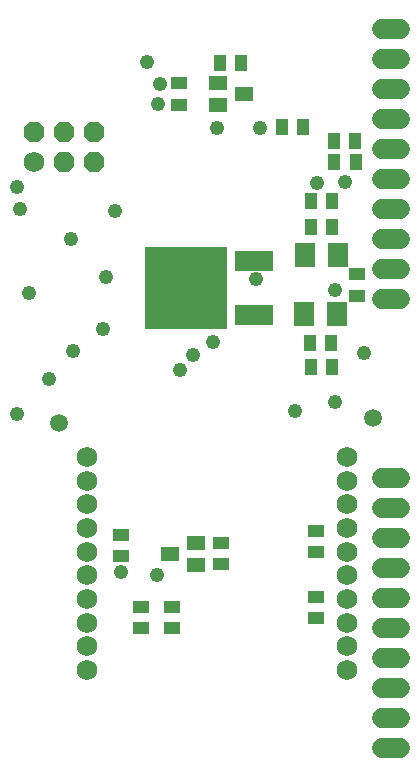
<source format=gbs>
G75*
%MOIN*%
%OFA0B0*%
%FSLAX25Y25*%
%IPPOS*%
%LPD*%
%AMOC8*
5,1,8,0,0,1.08239X$1,22.5*
%
%ADD10R,0.27178X0.27178*%
%ADD11R,0.12611X0.07099*%
%ADD12R,0.07099X0.07887*%
%ADD13R,0.05524X0.03950*%
%ADD14R,0.03950X0.05524*%
%ADD15R,0.06312X0.04737*%
%ADD16C,0.05950*%
%ADD17C,0.06800*%
%ADD18OC8,0.06800*%
%ADD19C,0.06800*%
%ADD20C,0.04762*%
D10*
X0458806Y0163697D03*
D11*
X0481444Y0172752D03*
X0481444Y0154642D03*
D12*
X0497979Y0154839D03*
X0509003Y0154839D03*
X0509436Y0174524D03*
X0498412Y0174524D03*
D13*
X0515696Y0168185D03*
X0515696Y0161098D03*
X0456325Y0224760D03*
X0456325Y0231846D03*
X0437034Y0081217D03*
X0437034Y0074130D03*
X0443530Y0057398D03*
X0454160Y0057398D03*
X0454160Y0050311D03*
X0443530Y0050311D03*
X0470499Y0071650D03*
X0470499Y0078736D03*
X0502034Y0075665D03*
X0502034Y0082752D03*
X0501995Y0060626D03*
X0501995Y0053539D03*
D14*
X0500341Y0137201D03*
X0507428Y0137201D03*
X0507034Y0145429D03*
X0499948Y0145429D03*
X0500381Y0184012D03*
X0507467Y0184012D03*
X0507467Y0192713D03*
X0500381Y0192713D03*
X0508097Y0205587D03*
X0515184Y0205587D03*
X0514987Y0212673D03*
X0507900Y0212673D03*
X0497625Y0217398D03*
X0490538Y0217398D03*
X0477034Y0238657D03*
X0469948Y0238657D03*
D15*
X0469436Y0231965D03*
X0478097Y0228224D03*
X0469436Y0224484D03*
X0462113Y0078776D03*
X0453451Y0075035D03*
X0462113Y0071295D03*
D16*
X0416286Y0118657D03*
X0520853Y0120232D03*
D17*
X0512231Y0107240D03*
X0512231Y0099366D03*
X0512231Y0091492D03*
X0512231Y0083618D03*
X0512231Y0075744D03*
X0512231Y0067870D03*
X0512231Y0059996D03*
X0512231Y0052122D03*
X0512231Y0044248D03*
X0512231Y0036374D03*
X0425617Y0036374D03*
X0425617Y0044248D03*
X0425617Y0052122D03*
X0425617Y0059996D03*
X0425617Y0067870D03*
X0425617Y0075744D03*
X0425617Y0083618D03*
X0425617Y0091492D03*
X0425617Y0099366D03*
X0425617Y0107240D03*
X0407940Y0205469D03*
D18*
X0417940Y0205469D03*
X0427940Y0205469D03*
X0427940Y0215469D03*
X0417940Y0215469D03*
X0407940Y0215469D03*
D19*
X0523877Y0220075D02*
X0529877Y0220075D01*
X0529877Y0230075D02*
X0523877Y0230075D01*
X0523877Y0240075D02*
X0529877Y0240075D01*
X0529877Y0250075D02*
X0523877Y0250075D01*
X0523877Y0210075D02*
X0529877Y0210075D01*
X0529877Y0200075D02*
X0523877Y0200075D01*
X0523877Y0190075D02*
X0529877Y0190075D01*
X0529877Y0180075D02*
X0523877Y0180075D01*
X0523877Y0170075D02*
X0529877Y0170075D01*
X0529877Y0160075D02*
X0523877Y0160075D01*
X0523877Y0100193D02*
X0529877Y0100193D01*
X0529877Y0090193D02*
X0523877Y0090193D01*
X0523877Y0080193D02*
X0529877Y0080193D01*
X0529877Y0070193D02*
X0523877Y0070193D01*
X0523877Y0060193D02*
X0529877Y0060193D01*
X0529877Y0050193D02*
X0523877Y0050193D01*
X0523877Y0040193D02*
X0529877Y0040193D01*
X0529877Y0030193D02*
X0523877Y0030193D01*
X0523877Y0020193D02*
X0529877Y0020193D01*
X0529877Y0010193D02*
X0523877Y0010193D01*
D20*
X0402388Y0121728D03*
X0413018Y0133146D03*
X0420892Y0142594D03*
X0431129Y0150075D03*
X0456719Y0136295D03*
X0461050Y0141413D03*
X0467743Y0145744D03*
X0508294Y0163067D03*
X0481916Y0166610D03*
X0431916Y0167398D03*
X0420499Y0179996D03*
X0435066Y0189445D03*
X0403176Y0189839D03*
X0402388Y0197319D03*
X0449239Y0224878D03*
X0450026Y0231571D03*
X0445696Y0239051D03*
X0468924Y0217004D03*
X0483491Y0217004D03*
X0502388Y0198500D03*
X0511837Y0198894D03*
X0406325Y0161886D03*
X0494908Y0122516D03*
X0508294Y0125665D03*
X0518136Y0141807D03*
X0448845Y0067791D03*
X0437034Y0068972D03*
M02*

</source>
